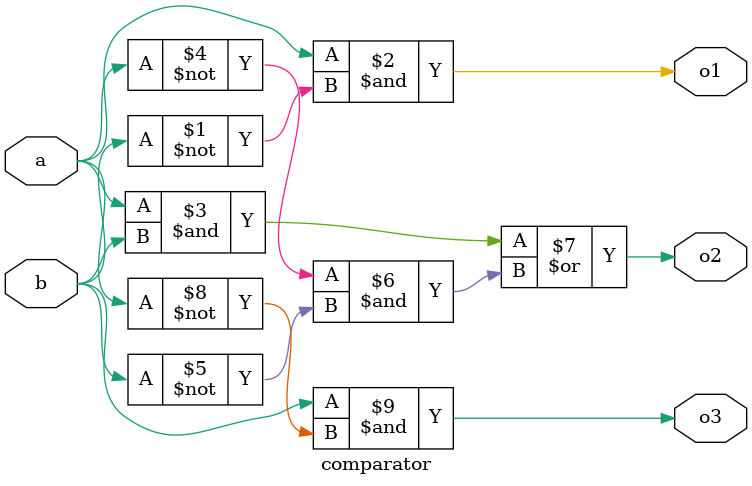
<source format=v>
module comparator(input a,b,
                  output o1,o2,o3);

    assign o1 = a & (~b);
    assign o2 = (a&b) | (~a & ~b);
    assign o3 = b & (~a);
    
endmodule
</source>
